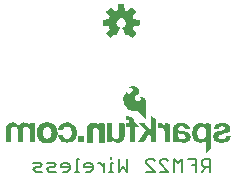
<source format=gbr>
G04 EAGLE Gerber RS-274X export*
G75*
%MOMM*%
%FSLAX34Y34*%
%LPD*%
%INSilkscreen Bottom*%
%IPPOS*%
%AMOC8*
5,1,8,0,0,1.08239X$1,22.5*%
G01*
%ADD10C,0.203200*%
%ADD11C,0.025400*%
%ADD12R,0.495300X0.485100*%

G36*
X276020Y292246D02*
X276020Y292246D01*
X276128Y292256D01*
X276141Y292262D01*
X276155Y292264D01*
X276252Y292312D01*
X276351Y292357D01*
X276364Y292368D01*
X276373Y292372D01*
X276388Y292388D01*
X276465Y292450D01*
X279050Y295035D01*
X279113Y295124D01*
X279179Y295209D01*
X279184Y295222D01*
X279192Y295234D01*
X279223Y295337D01*
X279259Y295440D01*
X279259Y295454D01*
X279263Y295467D01*
X279259Y295575D01*
X279260Y295684D01*
X279255Y295697D01*
X279255Y295711D01*
X279217Y295813D01*
X279182Y295915D01*
X279173Y295930D01*
X279169Y295939D01*
X279155Y295956D01*
X279101Y296038D01*
X276337Y299428D01*
X276894Y300510D01*
X276900Y300530D01*
X276942Y300625D01*
X277313Y301784D01*
X281664Y302227D01*
X281768Y302255D01*
X281874Y302280D01*
X281886Y302287D01*
X281899Y302290D01*
X281989Y302351D01*
X282082Y302408D01*
X282090Y302419D01*
X282102Y302427D01*
X282168Y302513D01*
X282237Y302597D01*
X282241Y302610D01*
X282250Y302621D01*
X282284Y302724D01*
X282323Y302825D01*
X282324Y302843D01*
X282328Y302852D01*
X282328Y302874D01*
X282337Y302972D01*
X282337Y306628D01*
X282320Y306735D01*
X282306Y306843D01*
X282300Y306855D01*
X282298Y306869D01*
X282246Y306965D01*
X282199Y307062D01*
X282189Y307072D01*
X282183Y307084D01*
X282103Y307158D01*
X282027Y307235D01*
X282015Y307241D01*
X282005Y307251D01*
X281906Y307296D01*
X281809Y307344D01*
X281791Y307348D01*
X281782Y307352D01*
X281761Y307354D01*
X281664Y307373D01*
X277313Y307816D01*
X276942Y308975D01*
X276933Y308993D01*
X276931Y309000D01*
X276927Y309007D01*
X276894Y309090D01*
X276337Y310172D01*
X279101Y313562D01*
X279155Y313656D01*
X279212Y313748D01*
X279215Y313761D01*
X279222Y313773D01*
X279243Y313880D01*
X279268Y313985D01*
X279266Y313999D01*
X279269Y314013D01*
X279254Y314120D01*
X279244Y314228D01*
X279238Y314241D01*
X279236Y314255D01*
X279188Y314352D01*
X279143Y314451D01*
X279132Y314464D01*
X279128Y314473D01*
X279112Y314488D01*
X279050Y314565D01*
X276465Y317150D01*
X276376Y317213D01*
X276291Y317279D01*
X276278Y317284D01*
X276266Y317292D01*
X276163Y317323D01*
X276060Y317359D01*
X276046Y317359D01*
X276033Y317363D01*
X275925Y317359D01*
X275816Y317360D01*
X275803Y317355D01*
X275789Y317355D01*
X275687Y317317D01*
X275585Y317282D01*
X275570Y317273D01*
X275561Y317269D01*
X275544Y317255D01*
X275462Y317201D01*
X272072Y314437D01*
X270990Y314994D01*
X270970Y315000D01*
X270875Y315042D01*
X269716Y315413D01*
X269273Y319764D01*
X269245Y319868D01*
X269220Y319974D01*
X269213Y319986D01*
X269210Y319999D01*
X269149Y320089D01*
X269092Y320182D01*
X269081Y320190D01*
X269073Y320202D01*
X268987Y320268D01*
X268903Y320337D01*
X268890Y320341D01*
X268879Y320350D01*
X268776Y320384D01*
X268675Y320423D01*
X268657Y320424D01*
X268648Y320428D01*
X268626Y320428D01*
X268528Y320437D01*
X264872Y320437D01*
X264765Y320420D01*
X264657Y320406D01*
X264645Y320400D01*
X264631Y320398D01*
X264535Y320346D01*
X264438Y320299D01*
X264428Y320289D01*
X264416Y320283D01*
X264342Y320203D01*
X264265Y320127D01*
X264259Y320115D01*
X264249Y320105D01*
X264204Y320006D01*
X264156Y319909D01*
X264152Y319891D01*
X264148Y319882D01*
X264146Y319861D01*
X264127Y319764D01*
X263684Y315413D01*
X262525Y315042D01*
X262507Y315032D01*
X262410Y314994D01*
X261328Y314437D01*
X257938Y317201D01*
X257844Y317255D01*
X257752Y317312D01*
X257739Y317315D01*
X257727Y317322D01*
X257620Y317343D01*
X257515Y317368D01*
X257501Y317366D01*
X257487Y317369D01*
X257380Y317354D01*
X257272Y317344D01*
X257259Y317338D01*
X257246Y317336D01*
X257148Y317288D01*
X257049Y317243D01*
X257036Y317232D01*
X257027Y317228D01*
X257012Y317212D01*
X256935Y317150D01*
X254350Y314565D01*
X254287Y314476D01*
X254221Y314391D01*
X254216Y314378D01*
X254208Y314366D01*
X254177Y314263D01*
X254141Y314160D01*
X254141Y314146D01*
X254137Y314133D01*
X254141Y314025D01*
X254140Y313916D01*
X254145Y313903D01*
X254145Y313889D01*
X254183Y313787D01*
X254218Y313685D01*
X254227Y313670D01*
X254231Y313661D01*
X254245Y313644D01*
X254299Y313562D01*
X257063Y310172D01*
X256506Y309090D01*
X256500Y309070D01*
X256458Y308975D01*
X256087Y307816D01*
X251736Y307373D01*
X251632Y307345D01*
X251526Y307320D01*
X251514Y307313D01*
X251501Y307310D01*
X251411Y307249D01*
X251318Y307192D01*
X251310Y307181D01*
X251298Y307173D01*
X251232Y307087D01*
X251164Y307003D01*
X251159Y306990D01*
X251150Y306979D01*
X251116Y306876D01*
X251077Y306775D01*
X251076Y306757D01*
X251072Y306748D01*
X251073Y306726D01*
X251063Y306628D01*
X251063Y302972D01*
X251080Y302865D01*
X251094Y302757D01*
X251100Y302745D01*
X251102Y302731D01*
X251154Y302635D01*
X251201Y302538D01*
X251211Y302528D01*
X251217Y302516D01*
X251297Y302442D01*
X251373Y302365D01*
X251385Y302359D01*
X251396Y302349D01*
X251494Y302304D01*
X251591Y302256D01*
X251609Y302252D01*
X251618Y302248D01*
X251639Y302246D01*
X251736Y302227D01*
X256087Y301784D01*
X256458Y300625D01*
X256468Y300607D01*
X256506Y300510D01*
X257063Y299428D01*
X254299Y296038D01*
X254245Y295944D01*
X254188Y295852D01*
X254185Y295839D01*
X254178Y295827D01*
X254157Y295720D01*
X254132Y295615D01*
X254134Y295601D01*
X254131Y295587D01*
X254146Y295480D01*
X254156Y295372D01*
X254162Y295359D01*
X254164Y295346D01*
X254212Y295248D01*
X254257Y295149D01*
X254268Y295136D01*
X254272Y295127D01*
X254288Y295112D01*
X254350Y295035D01*
X256935Y292450D01*
X257024Y292387D01*
X257109Y292321D01*
X257122Y292316D01*
X257134Y292308D01*
X257237Y292277D01*
X257340Y292241D01*
X257354Y292241D01*
X257367Y292237D01*
X257475Y292241D01*
X257584Y292240D01*
X257597Y292245D01*
X257611Y292245D01*
X257713Y292283D01*
X257815Y292318D01*
X257830Y292327D01*
X257839Y292331D01*
X257856Y292345D01*
X257938Y292399D01*
X261328Y295163D01*
X262410Y294606D01*
X262463Y294589D01*
X262512Y294563D01*
X262578Y294552D01*
X262642Y294531D01*
X262698Y294532D01*
X262752Y294523D01*
X262819Y294534D01*
X262886Y294535D01*
X262938Y294553D01*
X262993Y294562D01*
X263053Y294594D01*
X263116Y294617D01*
X263159Y294651D01*
X263209Y294677D01*
X263255Y294726D01*
X263307Y294768D01*
X263338Y294815D01*
X263376Y294855D01*
X263432Y294960D01*
X263440Y294973D01*
X263441Y294978D01*
X263445Y294985D01*
X265598Y300182D01*
X265618Y300265D01*
X265623Y300278D01*
X265625Y300294D01*
X265650Y300379D01*
X265649Y300400D01*
X265654Y300420D01*
X265646Y300502D01*
X265647Y300521D01*
X265643Y300541D01*
X265639Y300622D01*
X265632Y300642D01*
X265630Y300663D01*
X265598Y300732D01*
X265592Y300759D01*
X265577Y300783D01*
X265551Y300850D01*
X265538Y300866D01*
X265529Y300885D01*
X265484Y300934D01*
X265464Y300966D01*
X265433Y300991D01*
X265395Y301037D01*
X265372Y301053D01*
X265362Y301063D01*
X265341Y301075D01*
X265276Y301120D01*
X265275Y301121D01*
X265274Y301122D01*
X264375Y301628D01*
X263688Y302272D01*
X263173Y303060D01*
X262861Y303948D01*
X262769Y304885D01*
X262902Y305817D01*
X263253Y306691D01*
X263802Y307456D01*
X264516Y308069D01*
X265356Y308494D01*
X266273Y308708D01*
X267214Y308698D01*
X268126Y308464D01*
X268956Y308021D01*
X269657Y307392D01*
X270189Y306615D01*
X270520Y305734D01*
X270633Y304799D01*
X270525Y303882D01*
X270205Y303014D01*
X269691Y302245D01*
X269012Y301618D01*
X268128Y301123D01*
X268086Y301090D01*
X268044Y301067D01*
X268013Y301034D01*
X267965Y300999D01*
X267953Y300983D01*
X267937Y300970D01*
X267902Y300915D01*
X267877Y300889D01*
X267864Y300859D01*
X267822Y300801D01*
X267816Y300782D01*
X267806Y300765D01*
X267787Y300690D01*
X267777Y300667D01*
X267774Y300643D01*
X267751Y300568D01*
X267752Y300548D01*
X267747Y300528D01*
X267754Y300442D01*
X267753Y300424D01*
X267756Y300408D01*
X267759Y300324D01*
X267767Y300299D01*
X267768Y300285D01*
X267778Y300263D01*
X267802Y300182D01*
X268731Y297939D01*
X268731Y297938D01*
X269662Y295691D01*
X269663Y295691D01*
X269955Y294985D01*
X269984Y294938D01*
X270005Y294886D01*
X270048Y294835D01*
X270084Y294778D01*
X270127Y294743D01*
X270163Y294700D01*
X270220Y294666D01*
X270272Y294623D01*
X270324Y294604D01*
X270372Y294575D01*
X270438Y294561D01*
X270501Y294537D01*
X270556Y294535D01*
X270610Y294524D01*
X270677Y294531D01*
X270744Y294529D01*
X270798Y294545D01*
X270853Y294552D01*
X270964Y294596D01*
X270978Y294600D01*
X270982Y294603D01*
X270990Y294606D01*
X272072Y295163D01*
X275462Y292399D01*
X275556Y292345D01*
X275648Y292288D01*
X275661Y292285D01*
X275673Y292278D01*
X275780Y292257D01*
X275885Y292232D01*
X275899Y292234D01*
X275913Y292231D01*
X276020Y292246D01*
G37*
G36*
X287344Y223057D02*
X287344Y223057D01*
X287386Y223072D01*
X287388Y223077D01*
X287392Y223079D01*
X287421Y223152D01*
X287425Y223163D01*
X287425Y223164D01*
X287425Y238328D01*
X287423Y238333D01*
X287425Y238339D01*
X287355Y239170D01*
X287349Y239181D01*
X287350Y239196D01*
X287110Y239995D01*
X287102Y240005D01*
X287100Y240019D01*
X286699Y240751D01*
X286689Y240759D01*
X286684Y240772D01*
X286214Y241322D01*
X286203Y241327D01*
X286196Y241339D01*
X285626Y241784D01*
X285614Y241787D01*
X285604Y241797D01*
X284956Y242118D01*
X284944Y242119D01*
X284932Y242127D01*
X284233Y242311D01*
X284222Y242310D01*
X284211Y242315D01*
X283271Y242388D01*
X283262Y242385D01*
X283251Y242388D01*
X282311Y242315D01*
X282307Y242313D01*
X282301Y242314D01*
X281818Y242238D01*
X281779Y242213D01*
X281739Y242192D01*
X281738Y242188D01*
X281735Y242186D01*
X281725Y242141D01*
X281713Y242097D01*
X281715Y242093D01*
X281714Y242089D01*
X281739Y242051D01*
X281763Y242012D01*
X281767Y242011D01*
X281769Y242008D01*
X281810Y241999D01*
X281850Y241987D01*
X282008Y242003D01*
X282146Y241975D01*
X282279Y241904D01*
X283103Y241305D01*
X283221Y241191D01*
X283293Y241053D01*
X283386Y240638D01*
X283386Y240210D01*
X283293Y239794D01*
X283087Y239390D01*
X282774Y239062D01*
X282168Y238697D01*
X281490Y238490D01*
X280779Y238455D01*
X280169Y238552D01*
X279583Y238750D01*
X279040Y239043D01*
X278615Y239408D01*
X278300Y239868D01*
X278114Y240393D01*
X278071Y240949D01*
X278173Y241497D01*
X278413Y242000D01*
X278783Y242435D01*
X278981Y242645D01*
X279576Y243276D01*
X280171Y243907D01*
X280236Y243976D01*
X280239Y243986D01*
X280248Y243992D01*
X281435Y245750D01*
X281437Y245763D01*
X281447Y245773D01*
X281727Y246461D01*
X281726Y246476D01*
X281735Y246491D01*
X281834Y247226D01*
X281830Y247241D01*
X281835Y247258D01*
X281748Y247995D01*
X281740Y248008D01*
X281740Y248026D01*
X281473Y248718D01*
X281462Y248729D01*
X281458Y248746D01*
X281027Y249349D01*
X281017Y249356D01*
X281011Y249368D01*
X280315Y250026D01*
X280307Y250029D01*
X280302Y250037D01*
X279525Y250597D01*
X279515Y250600D01*
X279507Y250608D01*
X278727Y250996D01*
X278715Y250997D01*
X278704Y251005D01*
X277864Y251236D01*
X277852Y251235D01*
X277840Y251241D01*
X276972Y251307D01*
X276962Y251303D01*
X276950Y251307D01*
X276050Y251221D01*
X276041Y251217D01*
X276031Y251218D01*
X275153Y250998D01*
X275145Y250992D01*
X275133Y250991D01*
X274905Y250890D01*
X274549Y250738D01*
X274548Y250738D01*
X274044Y250517D01*
X274034Y250506D01*
X274017Y250501D01*
X273582Y250163D01*
X273579Y250156D01*
X273571Y250152D01*
X273546Y250127D01*
X273543Y250126D01*
X273508Y250034D01*
X273549Y249945D01*
X273634Y249912D01*
X274237Y249912D01*
X274748Y249855D01*
X275238Y249716D01*
X275719Y249461D01*
X276114Y249091D01*
X276400Y248631D01*
X276557Y248112D01*
X276569Y247809D01*
X276510Y247509D01*
X276304Y247015D01*
X276021Y246557D01*
X275670Y246147D01*
X275258Y245793D01*
X274356Y245142D01*
X273868Y244893D01*
X273339Y244795D01*
X272800Y244853D01*
X272626Y244918D01*
X272265Y245167D01*
X271991Y245506D01*
X271947Y245609D01*
X271931Y245729D01*
X271931Y246609D01*
X271914Y246650D01*
X271900Y246692D01*
X271895Y246695D01*
X271893Y246700D01*
X271852Y246716D01*
X271812Y246735D01*
X271806Y246733D01*
X271801Y246735D01*
X271774Y246723D01*
X271725Y246707D01*
X270599Y245786D01*
X270593Y245774D01*
X270581Y245767D01*
X269674Y244630D01*
X269671Y244619D01*
X269662Y244611D01*
X269160Y243677D01*
X269159Y243667D01*
X269153Y243659D01*
X268795Y242662D01*
X268795Y242652D01*
X268790Y242643D01*
X268583Y241604D01*
X268585Y241594D01*
X268584Y241592D01*
X268585Y241592D01*
X268581Y241583D01*
X268521Y239655D01*
X268525Y239644D01*
X268522Y239632D01*
X268810Y237725D01*
X268816Y237715D01*
X268816Y237703D01*
X269444Y235879D01*
X269451Y235870D01*
X269453Y235858D01*
X270400Y234177D01*
X270408Y234171D01*
X270411Y234160D01*
X271296Y233053D01*
X271303Y233050D01*
X271305Y233044D01*
X271306Y233044D01*
X271308Y233040D01*
X272339Y232068D01*
X272347Y232065D01*
X272353Y232057D01*
X273510Y231240D01*
X273520Y231238D01*
X273528Y231230D01*
X274758Y230630D01*
X274769Y230629D01*
X274779Y230621D01*
X276098Y230253D01*
X276109Y230255D01*
X276120Y230249D01*
X277484Y230125D01*
X277489Y230127D01*
X277495Y230125D01*
X279770Y230125D01*
X280138Y230060D01*
X280489Y229933D01*
X281479Y229344D01*
X282333Y228562D01*
X287205Y223080D01*
X287209Y223078D01*
X287211Y223073D01*
X287253Y223057D01*
X287294Y223038D01*
X287298Y223040D01*
X287303Y223038D01*
X287344Y223057D01*
G37*
G36*
X338711Y194363D02*
X338711Y194363D01*
X338713Y194362D01*
X338734Y194371D01*
X338794Y194394D01*
X342934Y198128D01*
X342936Y198134D01*
X342942Y198137D01*
X342966Y198197D01*
X342975Y198218D01*
X342974Y198220D01*
X342975Y198222D01*
X342975Y218796D01*
X342960Y218833D01*
X342950Y218872D01*
X342941Y218878D01*
X342937Y218887D01*
X342909Y218898D01*
X342873Y218920D01*
X338987Y219656D01*
X338972Y219653D01*
X338957Y219658D01*
X338925Y219643D01*
X338890Y219635D01*
X338882Y219622D01*
X338869Y219616D01*
X338854Y219577D01*
X338838Y219552D01*
X338841Y219541D01*
X338837Y219530D01*
X338861Y217613D01*
X338727Y217762D01*
X338726Y217763D01*
X338726Y217764D01*
X337837Y218729D01*
X337831Y218731D01*
X337827Y218738D01*
X337484Y219039D01*
X337473Y219043D01*
X337465Y219053D01*
X337071Y219286D01*
X337062Y219287D01*
X337054Y219294D01*
X335733Y219827D01*
X335722Y219827D01*
X335712Y219834D01*
X335230Y219936D01*
X335218Y219933D01*
X335206Y219938D01*
X333225Y219963D01*
X333214Y219959D01*
X333202Y219961D01*
X332117Y219778D01*
X332107Y219771D01*
X332093Y219771D01*
X331068Y219371D01*
X331061Y219363D01*
X331049Y219361D01*
X330147Y218820D01*
X330142Y218814D01*
X330133Y218811D01*
X329309Y218158D01*
X329303Y218148D01*
X329293Y218143D01*
X328501Y217253D01*
X328497Y217240D01*
X328485Y217231D01*
X327906Y216190D01*
X327904Y216178D01*
X327896Y216167D01*
X327222Y214054D01*
X327223Y214043D01*
X327217Y214032D01*
X326934Y211832D01*
X326937Y211821D01*
X326933Y211809D01*
X327051Y209594D01*
X327056Y209584D01*
X327054Y209572D01*
X327377Y208196D01*
X327384Y208187D01*
X327384Y208175D01*
X327940Y206875D01*
X327948Y206867D01*
X327950Y206856D01*
X328722Y205671D01*
X328731Y205665D01*
X328736Y205654D01*
X329393Y204947D01*
X329403Y204943D01*
X329409Y204933D01*
X330177Y204348D01*
X330188Y204346D01*
X330195Y204337D01*
X331051Y203891D01*
X331062Y203890D01*
X331071Y203882D01*
X331990Y203588D01*
X332000Y203589D01*
X332010Y203583D01*
X333222Y203394D01*
X333231Y203396D01*
X333240Y203393D01*
X334467Y203376D01*
X334475Y203379D01*
X334485Y203377D01*
X335702Y203532D01*
X335712Y203537D01*
X335724Y203537D01*
X336568Y203801D01*
X336578Y203809D01*
X336593Y203812D01*
X337362Y204249D01*
X337370Y204259D01*
X337384Y204264D01*
X338044Y204854D01*
X338050Y204866D01*
X338062Y204874D01*
X338582Y205590D01*
X338583Y205592D01*
X338583Y194488D01*
X338601Y194444D01*
X338618Y194401D01*
X338620Y194400D01*
X338621Y194397D01*
X338665Y194380D01*
X338709Y194362D01*
X338711Y194363D01*
G37*
G36*
X173281Y203710D02*
X173281Y203710D01*
X173283Y203709D01*
X173326Y203729D01*
X173370Y203747D01*
X173370Y203749D01*
X173372Y203750D01*
X173405Y203835D01*
X173405Y214114D01*
X173512Y214994D01*
X173824Y215816D01*
X174085Y216200D01*
X174428Y216513D01*
X174834Y216739D01*
X175282Y216867D01*
X176186Y216935D01*
X177089Y216843D01*
X177499Y216717D01*
X177871Y216507D01*
X177886Y216493D01*
X178027Y216367D01*
X178167Y216240D01*
X178189Y216221D01*
X178574Y215693D01*
X178847Y215098D01*
X178996Y214459D01*
X179071Y213356D01*
X179071Y203835D01*
X179072Y203833D01*
X179071Y203831D01*
X179091Y203788D01*
X179109Y203744D01*
X179111Y203744D01*
X179112Y203742D01*
X179197Y203709D01*
X183515Y203709D01*
X183517Y203710D01*
X183519Y203709D01*
X183562Y203729D01*
X183606Y203747D01*
X183606Y203749D01*
X183608Y203750D01*
X183641Y203835D01*
X183641Y214394D01*
X183721Y215057D01*
X183952Y215676D01*
X184322Y216223D01*
X184669Y216541D01*
X185078Y216774D01*
X185528Y216910D01*
X186005Y216942D01*
X186853Y216892D01*
X187293Y216810D01*
X187697Y216632D01*
X188052Y216366D01*
X188871Y215422D01*
X189155Y214884D01*
X189286Y214293D01*
X189256Y213671D01*
X189257Y213668D01*
X189256Y213665D01*
X189256Y203860D01*
X189257Y203858D01*
X189256Y203856D01*
X189276Y203813D01*
X189294Y203769D01*
X189296Y203769D01*
X189297Y203767D01*
X189382Y203734D01*
X193700Y203734D01*
X193702Y203735D01*
X193704Y203734D01*
X193747Y203754D01*
X193791Y203772D01*
X193791Y203774D01*
X193793Y203775D01*
X193826Y203860D01*
X193826Y219913D01*
X193825Y219915D01*
X193826Y219917D01*
X193806Y219960D01*
X193788Y220004D01*
X193786Y220004D01*
X193785Y220006D01*
X193700Y220039D01*
X189713Y220039D01*
X189711Y220038D01*
X189709Y220039D01*
X189666Y220019D01*
X189622Y220001D01*
X189622Y219999D01*
X189620Y219998D01*
X189587Y219913D01*
X189587Y217860D01*
X189556Y217867D01*
X189254Y218263D01*
X189248Y218266D01*
X189245Y218274D01*
X188483Y219061D01*
X188475Y219064D01*
X188471Y219071D01*
X187709Y219683D01*
X187695Y219687D01*
X187683Y219700D01*
X186793Y220104D01*
X186781Y220104D01*
X186770Y220112D01*
X185678Y220366D01*
X185669Y220365D01*
X185661Y220369D01*
X184289Y220496D01*
X184279Y220493D01*
X184268Y220496D01*
X183311Y220427D01*
X183300Y220421D01*
X183286Y220422D01*
X182363Y220162D01*
X182353Y220154D01*
X182340Y220152D01*
X181550Y219749D01*
X181542Y219740D01*
X181529Y219736D01*
X180831Y219190D01*
X180825Y219179D01*
X180813Y219173D01*
X180231Y218504D01*
X180228Y218492D01*
X180217Y218484D01*
X179837Y217826D01*
X179795Y217868D01*
X179340Y218349D01*
X179337Y218350D01*
X179336Y218353D01*
X178548Y219112D01*
X178539Y219115D01*
X178534Y219124D01*
X177645Y219762D01*
X177634Y219764D01*
X177626Y219772D01*
X176821Y220166D01*
X176809Y220166D01*
X176798Y220174D01*
X175933Y220406D01*
X175921Y220404D01*
X175909Y220410D01*
X175015Y220471D01*
X175006Y220468D01*
X174995Y220471D01*
X173716Y220364D01*
X173709Y220360D01*
X173702Y220362D01*
X172442Y220113D01*
X172433Y220107D01*
X172421Y220107D01*
X171555Y219781D01*
X171545Y219771D01*
X171530Y219768D01*
X170756Y219261D01*
X170749Y219249D01*
X170735Y219243D01*
X170089Y218579D01*
X170086Y218569D01*
X170082Y218568D01*
X170081Y218564D01*
X170073Y218558D01*
X169485Y217619D01*
X169483Y217606D01*
X169473Y217596D01*
X169087Y216557D01*
X169088Y216544D01*
X169081Y216532D01*
X168912Y215436D01*
X168915Y215427D01*
X168911Y215417D01*
X168911Y203835D01*
X168912Y203833D01*
X168911Y203831D01*
X168931Y203788D01*
X168949Y203744D01*
X168951Y203744D01*
X168952Y203742D01*
X169037Y203709D01*
X173279Y203709D01*
X173281Y203710D01*
G37*
G36*
X321161Y203379D02*
X321161Y203379D01*
X321172Y203384D01*
X321186Y203382D01*
X322558Y203690D01*
X322569Y203698D01*
X322584Y203699D01*
X323853Y204305D01*
X323862Y204315D01*
X323876Y204319D01*
X324324Y204661D01*
X324330Y204671D01*
X324342Y204677D01*
X324719Y205097D01*
X324723Y205108D01*
X324733Y205116D01*
X325025Y205599D01*
X325027Y205610D01*
X325035Y205620D01*
X325408Y206613D01*
X325408Y206624D01*
X325414Y206635D01*
X325603Y207679D01*
X325600Y207690D01*
X325605Y207702D01*
X325602Y208763D01*
X325599Y208770D01*
X325601Y208773D01*
X325598Y208780D01*
X325599Y208790D01*
X325393Y209731D01*
X325384Y209743D01*
X325383Y209760D01*
X324954Y210622D01*
X324944Y210631D01*
X324939Y210646D01*
X324441Y211255D01*
X324436Y211258D01*
X324434Y211262D01*
X324428Y211264D01*
X324423Y211273D01*
X323813Y211771D01*
X323801Y211774D01*
X323792Y211785D01*
X323096Y212151D01*
X323085Y212152D01*
X323076Y212159D01*
X321591Y212643D01*
X321583Y212642D01*
X321574Y212647D01*
X320037Y212925D01*
X320033Y212924D01*
X320028Y212927D01*
X317822Y213155D01*
X316516Y213381D01*
X316047Y213546D01*
X315619Y213792D01*
X315335Y214053D01*
X315275Y214140D01*
X315233Y214237D01*
X315122Y214758D01*
X315122Y215289D01*
X315233Y215810D01*
X315372Y216124D01*
X315571Y216403D01*
X315824Y216637D01*
X316138Y216830D01*
X316484Y216958D01*
X316853Y217019D01*
X318208Y217069D01*
X318795Y217015D01*
X319356Y216850D01*
X319820Y216595D01*
X320210Y216239D01*
X320505Y215801D01*
X320689Y215306D01*
X320752Y214775D01*
X320752Y214732D01*
X320753Y214730D01*
X320752Y214728D01*
X320772Y214685D01*
X320790Y214641D01*
X320792Y214641D01*
X320793Y214639D01*
X320878Y214606D01*
X325019Y214606D01*
X325020Y214604D01*
X325062Y214594D01*
X325104Y214580D01*
X325110Y214583D01*
X325116Y214582D01*
X325141Y214598D01*
X325186Y214619D01*
X325211Y214644D01*
X325211Y214645D01*
X325227Y214687D01*
X325246Y214736D01*
X325246Y214737D01*
X325226Y214779D01*
X325207Y214822D01*
X325085Y215713D01*
X325079Y215724D01*
X325079Y215739D01*
X324745Y216680D01*
X324736Y216690D01*
X324733Y216704D01*
X324214Y217557D01*
X324203Y217565D01*
X324198Y217578D01*
X323515Y218308D01*
X323503Y218313D01*
X323495Y218325D01*
X322678Y218899D01*
X322666Y218902D01*
X322657Y218911D01*
X321499Y219440D01*
X321489Y219440D01*
X321480Y219447D01*
X320251Y219781D01*
X320242Y219780D01*
X320233Y219784D01*
X318493Y219998D01*
X318485Y219995D01*
X318477Y219998D01*
X316723Y219990D01*
X316716Y219987D01*
X316707Y219989D01*
X314968Y219759D01*
X314960Y219754D01*
X314949Y219755D01*
X313535Y219330D01*
X313526Y219322D01*
X313512Y219321D01*
X312209Y218627D01*
X312200Y218617D01*
X312186Y218612D01*
X311624Y218129D01*
X311617Y218115D01*
X311603Y218106D01*
X311176Y217501D01*
X311173Y217486D01*
X311161Y217474D01*
X310894Y216783D01*
X310895Y216768D01*
X310887Y216753D01*
X310796Y216018D01*
X310798Y216010D01*
X310795Y216002D01*
X310795Y211176D01*
X310796Y211174D01*
X310795Y211172D01*
X310802Y211157D01*
X310770Y211073D01*
X310795Y206735D01*
X310693Y205398D01*
X310344Y204103D01*
X310270Y203904D01*
X310271Y203879D01*
X310262Y203856D01*
X310273Y203832D01*
X310274Y203806D01*
X310293Y203789D01*
X310303Y203767D01*
X310330Y203756D01*
X310348Y203740D01*
X310367Y203742D01*
X310388Y203734D01*
X314422Y203734D01*
X314458Y203731D01*
X314486Y203740D01*
X314526Y203744D01*
X314563Y203763D01*
X314582Y203785D01*
X314614Y203809D01*
X314636Y203845D01*
X314638Y203862D01*
X314650Y203878D01*
X314726Y204158D01*
X314725Y204161D01*
X314727Y204164D01*
X314954Y205193D01*
X314964Y205216D01*
X314970Y205222D01*
X314978Y205224D01*
X314987Y205223D01*
X315011Y205207D01*
X315838Y204504D01*
X315849Y204500D01*
X315858Y204490D01*
X316809Y203950D01*
X316820Y203949D01*
X316830Y203941D01*
X317865Y203588D01*
X317877Y203589D01*
X317887Y203583D01*
X319505Y203342D01*
X319515Y203345D01*
X319526Y203341D01*
X321161Y203379D01*
G37*
G36*
X296294Y203608D02*
X296294Y203608D01*
X296297Y203607D01*
X296380Y203644D01*
X296431Y203695D01*
X296433Y203698D01*
X296435Y203699D01*
X296468Y203784D01*
X296468Y223114D01*
X296460Y223133D01*
X296462Y223153D01*
X296441Y223180D01*
X296430Y223205D01*
X296416Y223210D01*
X296405Y223224D01*
X292265Y225586D01*
X292230Y225590D01*
X292198Y225602D01*
X292183Y225595D01*
X292167Y225597D01*
X292140Y225575D01*
X292109Y225561D01*
X292102Y225545D01*
X292090Y225535D01*
X292088Y225508D01*
X292076Y225476D01*
X292076Y214046D01*
X286601Y219520D01*
X286598Y219522D01*
X286597Y219524D01*
X286512Y219557D01*
X281838Y219557D01*
X281836Y219557D01*
X281835Y219557D01*
X281791Y219537D01*
X281747Y219519D01*
X281747Y219517D01*
X281745Y219516D01*
X281729Y219472D01*
X281712Y219427D01*
X281713Y219425D01*
X281712Y219424D01*
X281750Y219341D01*
X287441Y213775D01*
X280844Y203880D01*
X280837Y203842D01*
X280823Y203805D01*
X280828Y203795D01*
X280826Y203783D01*
X280848Y203752D01*
X280865Y203716D01*
X280876Y203712D01*
X280882Y203703D01*
X280912Y203698D01*
X280950Y203684D01*
X286030Y203709D01*
X286047Y203716D01*
X286065Y203714D01*
X286094Y203736D01*
X286120Y203748D01*
X286125Y203760D01*
X286137Y203770D01*
X290370Y210748D01*
X292025Y209141D01*
X292025Y203733D01*
X292026Y203731D01*
X292025Y203729D01*
X292045Y203686D01*
X292063Y203642D01*
X292065Y203642D01*
X292066Y203640D01*
X292151Y203607D01*
X296291Y203607D01*
X296294Y203608D01*
G37*
G36*
X264726Y203307D02*
X264726Y203307D01*
X264737Y203304D01*
X265770Y203451D01*
X265781Y203457D01*
X265794Y203457D01*
X266780Y203800D01*
X266789Y203808D01*
X266802Y203810D01*
X267704Y204336D01*
X267711Y204346D01*
X267724Y204351D01*
X267978Y204579D01*
X267984Y204590D01*
X267995Y204598D01*
X268656Y205483D01*
X268658Y205494D01*
X268668Y205503D01*
X269156Y206493D01*
X269156Y206505D01*
X269164Y206515D01*
X269464Y207578D01*
X269462Y207589D01*
X269468Y207601D01*
X269569Y208700D01*
X269567Y208706D01*
X269569Y208712D01*
X269569Y219507D01*
X269568Y219509D01*
X269569Y219511D01*
X269549Y219554D01*
X269531Y219598D01*
X269529Y219598D01*
X269528Y219600D01*
X269443Y219633D01*
X265303Y219633D01*
X265301Y219632D01*
X265299Y219633D01*
X265256Y219613D01*
X265212Y219595D01*
X265212Y219593D01*
X265210Y219592D01*
X265177Y219507D01*
X265177Y209510D01*
X265028Y208680D01*
X264685Y207912D01*
X264413Y207550D01*
X264072Y207249D01*
X263677Y207024D01*
X262988Y206801D01*
X262269Y206721D01*
X261548Y206788D01*
X260857Y207000D01*
X260347Y207288D01*
X259916Y207685D01*
X259589Y208170D01*
X259380Y208720D01*
X259155Y209924D01*
X259079Y211154D01*
X259079Y219456D01*
X259078Y219458D01*
X259079Y219460D01*
X259059Y219503D01*
X259041Y219547D01*
X259039Y219547D01*
X259038Y219549D01*
X258953Y219582D01*
X254737Y219582D01*
X254735Y219581D01*
X254733Y219582D01*
X254690Y219562D01*
X254646Y219544D01*
X254646Y219542D01*
X254644Y219541D01*
X254611Y219456D01*
X254611Y203835D01*
X254612Y203833D01*
X254611Y203831D01*
X254631Y203788D01*
X254649Y203744D01*
X254651Y203744D01*
X254652Y203742D01*
X254737Y203709D01*
X258750Y203709D01*
X258752Y203710D01*
X258754Y203709D01*
X258797Y203729D01*
X258841Y203747D01*
X258841Y203749D01*
X258843Y203750D01*
X258876Y203835D01*
X258876Y205892D01*
X259383Y205251D01*
X259391Y205247D01*
X259395Y205238D01*
X260222Y204453D01*
X260231Y204450D01*
X260236Y204442D01*
X261166Y203783D01*
X261175Y203781D01*
X261183Y203773D01*
X261428Y203651D01*
X261439Y203650D01*
X261448Y203643D01*
X261710Y203562D01*
X261719Y203563D01*
X261728Y203558D01*
X263206Y203335D01*
X263214Y203337D01*
X263222Y203333D01*
X264716Y203303D01*
X264726Y203307D01*
G37*
G36*
X252249Y203634D02*
X252249Y203634D01*
X252251Y203633D01*
X252294Y203653D01*
X252338Y203671D01*
X252338Y203673D01*
X252340Y203674D01*
X252373Y203759D01*
X252373Y219481D01*
X252372Y219483D01*
X252373Y219485D01*
X252353Y219528D01*
X252335Y219572D01*
X252333Y219572D01*
X252332Y219574D01*
X252247Y219607D01*
X248209Y219607D01*
X248207Y219606D01*
X248205Y219607D01*
X248162Y219587D01*
X248118Y219569D01*
X248118Y219567D01*
X248116Y219566D01*
X248083Y219481D01*
X248083Y217413D01*
X248041Y217442D01*
X247927Y217578D01*
X247650Y217956D01*
X247646Y217958D01*
X247644Y217963D01*
X247242Y218436D01*
X247235Y218440D01*
X247231Y218448D01*
X247036Y218624D01*
X246896Y218750D01*
X246770Y218864D01*
X246760Y218867D01*
X246752Y218877D01*
X245854Y219444D01*
X245841Y219447D01*
X245830Y219456D01*
X244834Y219825D01*
X244821Y219825D01*
X244808Y219832D01*
X243756Y219987D01*
X243746Y219984D01*
X243735Y219988D01*
X241729Y219938D01*
X241719Y219934D01*
X241706Y219936D01*
X240729Y219730D01*
X240717Y219722D01*
X240701Y219721D01*
X239796Y219299D01*
X239787Y219288D01*
X239772Y219284D01*
X238987Y218666D01*
X238981Y218655D01*
X238969Y218649D01*
X238480Y218074D01*
X238477Y218063D01*
X238467Y218056D01*
X238083Y217407D01*
X238081Y217396D01*
X238073Y217387D01*
X237804Y216682D01*
X237804Y216673D01*
X237799Y216664D01*
X237559Y215557D01*
X237561Y215548D01*
X237557Y215540D01*
X237466Y214411D01*
X237468Y214406D01*
X237466Y214401D01*
X237466Y203860D01*
X237467Y203858D01*
X237466Y203856D01*
X237486Y203813D01*
X237504Y203769D01*
X237506Y203769D01*
X237507Y203767D01*
X237592Y203734D01*
X241681Y203734D01*
X241683Y203735D01*
X241685Y203734D01*
X241728Y203754D01*
X241772Y203772D01*
X241772Y203774D01*
X241774Y203775D01*
X241807Y203860D01*
X241807Y213506D01*
X241872Y214224D01*
X242063Y214912D01*
X242373Y215554D01*
X242669Y215941D01*
X243043Y216250D01*
X243478Y216467D01*
X243778Y216544D01*
X244094Y216561D01*
X245199Y216511D01*
X245755Y216424D01*
X246271Y216220D01*
X246728Y215906D01*
X247245Y215337D01*
X247608Y214658D01*
X247825Y213908D01*
X247905Y213125D01*
X247905Y203759D01*
X247906Y203757D01*
X247905Y203755D01*
X247925Y203712D01*
X247943Y203668D01*
X247945Y203668D01*
X247946Y203666D01*
X248031Y203633D01*
X252247Y203633D01*
X252249Y203634D01*
G37*
G36*
X203963Y203562D02*
X203963Y203562D01*
X203979Y203558D01*
X206976Y203964D01*
X206997Y203976D01*
X207026Y203982D01*
X209871Y205760D01*
X209885Y205781D01*
X209910Y205799D01*
X211510Y208288D01*
X211514Y208311D01*
X211529Y208336D01*
X212139Y212222D01*
X212133Y212244D01*
X212137Y212270D01*
X211324Y215826D01*
X211309Y215847D01*
X211300Y215876D01*
X209166Y218594D01*
X209144Y218606D01*
X209123Y218629D01*
X205745Y220306D01*
X205725Y220307D01*
X205704Y220318D01*
X204231Y220495D01*
X204224Y220493D01*
X204216Y220496D01*
X204165Y220496D01*
X204145Y220488D01*
X204119Y220487D01*
X203992Y220437D01*
X203971Y220417D01*
X203945Y220405D01*
X203936Y220383D01*
X203921Y220369D01*
X203922Y220345D01*
X203912Y220320D01*
X203912Y217399D01*
X203929Y217359D01*
X203941Y217318D01*
X203948Y217314D01*
X203950Y217308D01*
X203978Y217297D01*
X204021Y217274D01*
X205116Y217124D01*
X206264Y216489D01*
X207052Y215405D01*
X207448Y214516D01*
X207722Y213042D01*
X207773Y211183D01*
X207598Y209935D01*
X207223Y208786D01*
X206685Y207759D01*
X205037Y206751D01*
X203289Y206529D01*
X201538Y207121D01*
X201468Y207185D01*
X201190Y207438D01*
X200912Y207690D01*
X200773Y207816D01*
X200496Y208069D01*
X200495Y208069D01*
X200459Y208102D01*
X199916Y209312D01*
X199541Y210860D01*
X199541Y212285D01*
X199792Y214214D01*
X200536Y215826D01*
X201370Y216635D01*
X202323Y217148D01*
X203510Y217247D01*
X203606Y217247D01*
X203609Y217248D01*
X203612Y217247D01*
X203654Y217267D01*
X203697Y217285D01*
X203698Y217288D01*
X203701Y217290D01*
X203732Y217375D01*
X203706Y218963D01*
X203703Y219089D01*
X203703Y219090D01*
X203701Y219216D01*
X203699Y219342D01*
X203697Y219468D01*
X203695Y219594D01*
X203695Y219595D01*
X203693Y219721D01*
X203691Y219847D01*
X203689Y219973D01*
X203686Y220099D01*
X203686Y220100D01*
X203684Y220226D01*
X203682Y220347D01*
X203678Y220356D01*
X203681Y220365D01*
X203659Y220400D01*
X203642Y220437D01*
X203634Y220440D01*
X203629Y220448D01*
X203577Y220461D01*
X203550Y220471D01*
X203545Y220469D01*
X203540Y220470D01*
X201533Y220216D01*
X201522Y220210D01*
X201508Y220210D01*
X199882Y219651D01*
X199870Y219640D01*
X199851Y219636D01*
X197870Y218265D01*
X197862Y218252D01*
X197846Y218243D01*
X196754Y216973D01*
X196749Y216957D01*
X196735Y216942D01*
X195694Y214605D01*
X195693Y214588D01*
X195684Y214570D01*
X195404Y212385D01*
X195408Y212370D01*
X195404Y212354D01*
X195658Y210246D01*
X195662Y210238D01*
X195661Y210227D01*
X196347Y207763D01*
X196358Y207749D01*
X196362Y207730D01*
X197175Y206435D01*
X197187Y206426D01*
X197195Y206411D01*
X198389Y205268D01*
X198398Y205264D01*
X198403Y205256D01*
X199520Y204469D01*
X199537Y204465D01*
X199552Y204453D01*
X201406Y203818D01*
X201420Y203819D01*
X201434Y203811D01*
X203949Y203557D01*
X203963Y203562D01*
G37*
G36*
X351944Y203355D02*
X351944Y203355D01*
X351951Y203353D01*
X354517Y203531D01*
X354526Y203536D01*
X354536Y203534D01*
X355457Y203746D01*
X355468Y203754D01*
X355482Y203755D01*
X356339Y204152D01*
X356345Y204159D01*
X356354Y204161D01*
X357548Y204923D01*
X357553Y204929D01*
X357561Y204932D01*
X358076Y205363D01*
X358081Y205374D01*
X358093Y205380D01*
X358513Y205904D01*
X358517Y205915D01*
X358527Y205924D01*
X358836Y206520D01*
X358837Y206529D01*
X358844Y206537D01*
X359276Y207807D01*
X359275Y207817D01*
X359280Y207826D01*
X359382Y208410D01*
X359381Y208417D01*
X359384Y208423D01*
X359409Y208779D01*
X359408Y208783D01*
X359409Y208786D01*
X359408Y208788D01*
X359409Y208792D01*
X359397Y208818D01*
X359394Y208848D01*
X359393Y208849D01*
X359393Y208850D01*
X359382Y208859D01*
X359377Y208872D01*
X359371Y208875D01*
X359368Y208881D01*
X359338Y208893D01*
X359318Y208909D01*
X359316Y208909D01*
X359315Y208910D01*
X359300Y208909D01*
X359288Y208914D01*
X359286Y208913D01*
X359283Y208914D01*
X355422Y208914D01*
X355420Y208913D01*
X355418Y208914D01*
X355375Y208894D01*
X355331Y208876D01*
X355331Y208874D01*
X355329Y208873D01*
X355296Y208788D01*
X355296Y208741D01*
X355267Y208244D01*
X355121Y207782D01*
X354865Y207368D01*
X354761Y207263D01*
X354635Y207137D01*
X354423Y206925D01*
X353896Y206588D01*
X353309Y206371D01*
X352747Y206298D01*
X351417Y206298D01*
X350814Y206372D01*
X350247Y206569D01*
X349734Y206881D01*
X349447Y207165D01*
X349238Y207510D01*
X349121Y207895D01*
X349104Y208299D01*
X349189Y208694D01*
X349370Y209056D01*
X349635Y209360D01*
X349971Y209591D01*
X351078Y210061D01*
X352252Y210367D01*
X355883Y211230D01*
X355890Y211235D01*
X355899Y211235D01*
X356707Y211541D01*
X356714Y211547D01*
X356724Y211549D01*
X357475Y211976D01*
X357481Y211983D01*
X357491Y211987D01*
X358168Y212524D01*
X358173Y212534D01*
X358184Y212540D01*
X358521Y212925D01*
X358525Y212938D01*
X358536Y212947D01*
X358785Y213394D01*
X358786Y213407D01*
X358795Y213418D01*
X358947Y213907D01*
X358945Y213919D01*
X358952Y213932D01*
X359057Y215068D01*
X359054Y215081D01*
X359057Y215094D01*
X358928Y216228D01*
X358922Y216239D01*
X358923Y216253D01*
X358565Y217337D01*
X358557Y217346D01*
X358555Y217360D01*
X358256Y217882D01*
X358246Y217889D01*
X358241Y217902D01*
X357847Y218357D01*
X357836Y218362D01*
X357829Y218374D01*
X357353Y218743D01*
X357342Y218746D01*
X357333Y218755D01*
X356052Y219409D01*
X356041Y219410D01*
X356031Y219417D01*
X354653Y219828D01*
X354642Y219827D01*
X354630Y219833D01*
X353201Y219988D01*
X353194Y219986D01*
X353187Y219988D01*
X351384Y219988D01*
X351378Y219986D01*
X351371Y219988D01*
X349978Y219848D01*
X349969Y219843D01*
X349958Y219844D01*
X348607Y219476D01*
X348598Y219469D01*
X348584Y219467D01*
X347487Y218929D01*
X347478Y218919D01*
X347464Y218915D01*
X346505Y218158D01*
X346499Y218148D01*
X346488Y218143D01*
X346140Y217747D01*
X346138Y217742D01*
X346137Y217742D01*
X346136Y217738D01*
X346128Y217732D01*
X345842Y217290D01*
X345840Y217280D01*
X345833Y217273D01*
X345477Y216485D01*
X345477Y216480D01*
X345473Y216476D01*
X345270Y215918D01*
X345272Y215894D01*
X345267Y215882D01*
X345270Y215875D01*
X345265Y215850D01*
X345274Y215836D01*
X345265Y215824D01*
X345267Y215818D01*
X345263Y215811D01*
X345187Y215100D01*
X345189Y215094D01*
X345188Y215090D01*
X345189Y215088D01*
X345187Y215083D01*
X345204Y215046D01*
X345216Y215006D01*
X345224Y215002D01*
X345228Y214994D01*
X345278Y214974D01*
X345304Y214961D01*
X345308Y214963D01*
X345313Y214961D01*
X349199Y214961D01*
X349243Y214979D01*
X349287Y214997D01*
X349288Y214998D01*
X349290Y214999D01*
X349297Y215018D01*
X349325Y215079D01*
X349341Y215339D01*
X349396Y215582D01*
X349546Y215934D01*
X349764Y216247D01*
X350040Y216511D01*
X350462Y216782D01*
X350929Y216971D01*
X351425Y217069D01*
X352273Y217113D01*
X353121Y217069D01*
X353570Y216984D01*
X353994Y216827D01*
X354295Y216632D01*
X354528Y216364D01*
X354683Y216022D01*
X354731Y215650D01*
X354666Y215281D01*
X354482Y214920D01*
X354247Y214677D01*
X354199Y214627D01*
X353524Y214211D01*
X352772Y213939D01*
X350749Y213535D01*
X350748Y213534D01*
X350747Y213534D01*
X349024Y213153D01*
X349017Y213148D01*
X349008Y213148D01*
X347352Y212538D01*
X347346Y212532D01*
X347336Y212531D01*
X346580Y212126D01*
X346574Y212119D01*
X346565Y212116D01*
X345873Y211608D01*
X345868Y211598D01*
X345856Y211593D01*
X345524Y211243D01*
X345519Y211231D01*
X345508Y211222D01*
X345256Y210810D01*
X345254Y210796D01*
X345244Y210784D01*
X344907Y209781D01*
X344908Y209766D01*
X344900Y209752D01*
X344806Y208697D01*
X344809Y208688D01*
X344806Y208677D01*
X344882Y207636D01*
X344886Y207628D01*
X344885Y207618D01*
X345028Y206954D01*
X345034Y206944D01*
X345035Y206931D01*
X345301Y206306D01*
X345309Y206297D01*
X345312Y206285D01*
X345691Y205721D01*
X345701Y205714D01*
X345706Y205703D01*
X346432Y204960D01*
X346442Y204956D01*
X346448Y204945D01*
X347292Y204339D01*
X347302Y204337D01*
X347311Y204328D01*
X348246Y203877D01*
X348257Y203876D01*
X348267Y203869D01*
X349267Y203587D01*
X349275Y203588D01*
X349284Y203583D01*
X350598Y203401D01*
X350605Y203403D01*
X350611Y203400D01*
X351938Y203353D01*
X351944Y203355D01*
G37*
G36*
X222142Y203452D02*
X222142Y203452D01*
X222149Y203455D01*
X222157Y203454D01*
X223720Y203736D01*
X223728Y203741D01*
X223738Y203740D01*
X224808Y204095D01*
X224816Y204101D01*
X224827Y204103D01*
X225824Y204629D01*
X225831Y204637D01*
X225842Y204641D01*
X226738Y205325D01*
X226743Y205334D01*
X226754Y205339D01*
X227524Y206162D01*
X227526Y206168D01*
X227528Y206169D01*
X227530Y206173D01*
X227537Y206178D01*
X228219Y207194D01*
X228221Y207204D01*
X228229Y207212D01*
X228743Y208323D01*
X228744Y208332D01*
X228750Y208341D01*
X229084Y209519D01*
X229083Y209529D01*
X229088Y209538D01*
X229233Y210754D01*
X229231Y210763D01*
X229234Y210773D01*
X229233Y210805D01*
X229233Y210806D01*
X229225Y211058D01*
X229226Y211058D01*
X229225Y211058D01*
X229222Y211184D01*
X229214Y211437D01*
X229210Y211563D01*
X229202Y211815D01*
X229202Y211816D01*
X229199Y211942D01*
X229195Y212068D01*
X229191Y212194D01*
X229183Y212447D01*
X229179Y212573D01*
X229172Y212825D01*
X229172Y212826D01*
X229168Y212952D01*
X229160Y213204D01*
X229158Y213262D01*
X229154Y213271D01*
X229156Y213283D01*
X228858Y214773D01*
X228851Y214783D01*
X228851Y214796D01*
X228274Y216202D01*
X228266Y216210D01*
X228263Y216223D01*
X227429Y217494D01*
X227419Y217500D01*
X227414Y217512D01*
X226353Y218600D01*
X226342Y218605D01*
X226334Y218616D01*
X225085Y219481D01*
X225073Y219484D01*
X225064Y219493D01*
X223673Y220105D01*
X223661Y220105D01*
X223649Y220112D01*
X222143Y220445D01*
X222131Y220442D01*
X222118Y220448D01*
X220576Y220471D01*
X220567Y220468D01*
X220558Y220470D01*
X219123Y220281D01*
X219118Y220278D01*
X219112Y220279D01*
X217701Y219960D01*
X217693Y219955D01*
X217683Y219954D01*
X216526Y219497D01*
X216516Y219487D01*
X216502Y219484D01*
X215471Y218787D01*
X215464Y218776D01*
X215450Y218769D01*
X214595Y217866D01*
X214590Y217854D01*
X214578Y217845D01*
X213938Y216778D01*
X213936Y216766D01*
X213928Y216757D01*
X213503Y215602D01*
X213503Y215592D01*
X213498Y215583D01*
X213261Y214375D01*
X213264Y214361D01*
X213259Y214347D01*
X213274Y214314D01*
X213281Y214279D01*
X213294Y214271D01*
X213300Y214258D01*
X213339Y214242D01*
X213365Y214226D01*
X213375Y214229D01*
X213385Y214225D01*
X217576Y214225D01*
X217578Y214226D01*
X217580Y214225D01*
X217623Y214245D01*
X217667Y214263D01*
X217667Y214265D01*
X217669Y214266D01*
X217702Y214351D01*
X217702Y214369D01*
X217769Y214948D01*
X217962Y215490D01*
X218273Y215975D01*
X218686Y216376D01*
X219179Y216674D01*
X219971Y216935D01*
X220803Y217018D01*
X221643Y216952D01*
X222464Y216771D01*
X222878Y216585D01*
X223225Y216295D01*
X223912Y215384D01*
X224417Y214359D01*
X224722Y213256D01*
X224815Y212115D01*
X224686Y210555D01*
X224340Y209031D01*
X224025Y208314D01*
X223550Y207695D01*
X222942Y207206D01*
X222234Y206876D01*
X221455Y206695D01*
X220655Y206654D01*
X220064Y206727D01*
X219495Y206900D01*
X218965Y207168D01*
X218522Y207513D01*
X218164Y207945D01*
X217843Y208535D01*
X217628Y209172D01*
X217524Y209848D01*
X217502Y209884D01*
X217484Y209922D01*
X217476Y209925D01*
X217472Y209932D01*
X217442Y209938D01*
X217399Y209955D01*
X213335Y209955D01*
X213333Y209954D01*
X213331Y209955D01*
X213288Y209935D01*
X213244Y209917D01*
X213244Y209915D01*
X213242Y209914D01*
X213209Y209829D01*
X213209Y209779D01*
X213210Y209775D01*
X213209Y209771D01*
X213241Y209296D01*
X213245Y209289D01*
X213243Y209279D01*
X213338Y208814D01*
X213344Y208805D01*
X213344Y208793D01*
X213886Y207402D01*
X213895Y207393D01*
X213898Y207379D01*
X214713Y206128D01*
X214724Y206121D01*
X214729Y206108D01*
X215782Y205050D01*
X215794Y205045D01*
X215803Y205033D01*
X217050Y204213D01*
X217061Y204210D01*
X217070Y204202D01*
X218163Y203740D01*
X218173Y203740D01*
X218182Y203734D01*
X219335Y203452D01*
X219345Y203453D01*
X219355Y203449D01*
X220538Y203353D01*
X220546Y203356D01*
X220556Y203353D01*
X222142Y203452D01*
G37*
G36*
X278081Y203634D02*
X278081Y203634D01*
X278083Y203633D01*
X278126Y203653D01*
X278170Y203671D01*
X278170Y203673D01*
X278172Y203674D01*
X278205Y203759D01*
X278205Y216639D01*
X282068Y216663D01*
X282069Y216663D01*
X282114Y216683D01*
X282158Y216702D01*
X282159Y216703D01*
X282176Y216748D01*
X282193Y216794D01*
X282193Y216795D01*
X282156Y216878D01*
X279489Y219545D01*
X279486Y219547D01*
X279485Y219549D01*
X279400Y219582D01*
X278154Y219582D01*
X278154Y219913D01*
X278152Y219918D01*
X278154Y219923D01*
X277977Y222057D01*
X277972Y222067D01*
X277972Y222068D01*
X277972Y222069D01*
X277972Y222070D01*
X277973Y222079D01*
X277825Y222646D01*
X277818Y222655D01*
X277817Y222667D01*
X277569Y223198D01*
X277560Y223206D01*
X277557Y223218D01*
X277217Y223695D01*
X277207Y223701D01*
X277201Y223713D01*
X276458Y224423D01*
X276448Y224427D01*
X276446Y224431D01*
X276443Y224432D01*
X276439Y224438D01*
X275571Y224988D01*
X275559Y224990D01*
X275549Y224999D01*
X274591Y225368D01*
X274578Y225368D01*
X274567Y225375D01*
X273554Y225549D01*
X273544Y225547D01*
X273533Y225551D01*
X271983Y225551D01*
X271980Y225550D01*
X271976Y225551D01*
X270659Y225475D01*
X270637Y225475D01*
X270635Y225474D01*
X270633Y225475D01*
X270590Y225455D01*
X270546Y225437D01*
X270546Y225435D01*
X270544Y225434D01*
X270511Y225349D01*
X270511Y222326D01*
X270512Y222324D01*
X270511Y222322D01*
X270531Y222279D01*
X270549Y222235D01*
X270551Y222235D01*
X270552Y222233D01*
X270637Y222200D01*
X270713Y222200D01*
X270718Y222202D01*
X270725Y222200D01*
X271005Y222226D01*
X271920Y222311D01*
X272820Y222228D01*
X273102Y222131D01*
X273342Y221961D01*
X273524Y221729D01*
X273699Y221306D01*
X273762Y220844D01*
X273762Y219582D01*
X270916Y219582D01*
X270914Y219581D01*
X270912Y219582D01*
X270869Y219562D01*
X270825Y219544D01*
X270825Y219542D01*
X270823Y219541D01*
X270790Y219456D01*
X270790Y216789D01*
X270791Y216787D01*
X270790Y216785D01*
X270810Y216742D01*
X270828Y216698D01*
X270830Y216698D01*
X270831Y216696D01*
X270916Y216663D01*
X273788Y216663D01*
X273788Y203759D01*
X273789Y203757D01*
X273788Y203755D01*
X273808Y203712D01*
X273826Y203668D01*
X273828Y203668D01*
X273829Y203666D01*
X273914Y203633D01*
X278079Y203633D01*
X278081Y203634D01*
G37*
G36*
X308206Y203735D02*
X308206Y203735D01*
X308208Y203734D01*
X308251Y203754D01*
X308295Y203772D01*
X308296Y203774D01*
X308298Y203775D01*
X308330Y203860D01*
X308304Y218745D01*
X308288Y218783D01*
X308278Y218822D01*
X308269Y218827D01*
X308266Y218836D01*
X308237Y218847D01*
X308200Y218869D01*
X304339Y219555D01*
X304326Y219552D01*
X304313Y219557D01*
X304279Y219542D01*
X304243Y219533D01*
X304236Y219522D01*
X304224Y219516D01*
X304208Y219475D01*
X304192Y219449D01*
X304194Y219440D01*
X304191Y219431D01*
X304191Y216651D01*
X304144Y216666D01*
X303965Y216934D01*
X303279Y217976D01*
X303274Y217980D01*
X303271Y217987D01*
X302955Y218370D01*
X302942Y218377D01*
X302934Y218390D01*
X302540Y218692D01*
X302535Y218693D01*
X302532Y218697D01*
X301643Y219282D01*
X301640Y219283D01*
X301637Y219286D01*
X301026Y219639D01*
X301014Y219641D01*
X301003Y219650D01*
X300333Y219873D01*
X300321Y219872D01*
X300309Y219878D01*
X299608Y219962D01*
X299598Y219959D01*
X299586Y219963D01*
X298214Y219887D01*
X298171Y219866D01*
X298128Y219846D01*
X298127Y219844D01*
X298126Y219844D01*
X298120Y219826D01*
X298095Y219761D01*
X298095Y215900D01*
X298096Y215898D01*
X298095Y215896D01*
X298115Y215853D01*
X298133Y215809D01*
X298135Y215809D01*
X298136Y215807D01*
X298221Y215774D01*
X298247Y215774D01*
X298256Y215778D01*
X298268Y215775D01*
X298420Y215800D01*
X298422Y215802D01*
X298425Y215801D01*
X299022Y215926D01*
X300547Y215926D01*
X301089Y215834D01*
X301607Y215653D01*
X302086Y215389D01*
X302753Y214829D01*
X303278Y214137D01*
X303639Y213344D01*
X303839Y212525D01*
X303912Y211679D01*
X303912Y203860D01*
X303913Y203858D01*
X303912Y203856D01*
X303932Y203813D01*
X303950Y203769D01*
X303952Y203769D01*
X303953Y203767D01*
X304038Y203734D01*
X308204Y203734D01*
X308206Y203735D01*
G37*
%LPC*%
G36*
X333744Y206801D02*
X333744Y206801D01*
X333005Y207139D01*
X332379Y207655D01*
X331907Y208313D01*
X331618Y209074D01*
X331314Y211021D01*
X331317Y212992D01*
X331508Y213962D01*
X331911Y214861D01*
X332508Y215647D01*
X333267Y216277D01*
X333767Y216537D01*
X334309Y216693D01*
X334876Y216739D01*
X335951Y216688D01*
X336323Y216614D01*
X336661Y216452D01*
X337374Y215896D01*
X337971Y215216D01*
X338384Y214509D01*
X338651Y213735D01*
X338761Y212920D01*
X338735Y210374D01*
X338611Y209605D01*
X338386Y208930D01*
X338387Y208918D01*
X338381Y208906D01*
X338376Y208869D01*
X338384Y208842D01*
X338384Y208831D01*
X338356Y208818D01*
X338312Y208798D01*
X338312Y208797D01*
X338311Y208797D01*
X338278Y208712D01*
X338278Y208674D01*
X338266Y208615D01*
X338224Y208555D01*
X338224Y208554D01*
X338223Y208553D01*
X338172Y208477D01*
X338171Y208471D01*
X338166Y208466D01*
X337866Y207902D01*
X337454Y207433D01*
X336945Y207070D01*
X336268Y206780D01*
X335546Y206628D01*
X334635Y206622D01*
X333744Y206801D01*
G37*
%LPD*%
%LPC*%
G36*
X317049Y206422D02*
X317049Y206422D01*
X316727Y206544D01*
X316436Y206729D01*
X315692Y207448D01*
X315542Y207667D01*
X315435Y207916D01*
X315388Y208081D01*
X315181Y209151D01*
X315111Y210240D01*
X315111Y211074D01*
X315110Y211076D01*
X315111Y211078D01*
X315091Y211121D01*
X315091Y211123D01*
X315111Y211176D01*
X315111Y211468D01*
X315253Y211341D01*
X315268Y211336D01*
X315279Y211323D01*
X315486Y211216D01*
X315498Y211215D01*
X315508Y211207D01*
X316472Y210919D01*
X316480Y210920D01*
X316487Y210916D01*
X317479Y210747D01*
X317483Y210748D01*
X317487Y210745D01*
X318930Y210593D01*
X319480Y210488D01*
X319998Y210291D01*
X320472Y210007D01*
X320740Y209763D01*
X320944Y209465D01*
X321164Y208923D01*
X321271Y208348D01*
X321260Y207763D01*
X321189Y207455D01*
X321054Y207170D01*
X320863Y206920D01*
X320501Y206623D01*
X320080Y206420D01*
X319619Y206323D01*
X318091Y206273D01*
X317049Y206422D01*
G37*
%LPD*%
D10*
X341884Y178816D02*
X341884Y189493D01*
X336545Y189493D01*
X334766Y187714D01*
X334766Y184155D01*
X336545Y182375D01*
X341884Y182375D01*
X338325Y182375D02*
X334766Y178816D01*
X330190Y178816D02*
X330190Y189493D01*
X323072Y189493D01*
X326631Y184155D02*
X330190Y184155D01*
X318496Y189493D02*
X318496Y178816D01*
X314937Y185934D02*
X318496Y189493D01*
X314937Y185934D02*
X311378Y189493D01*
X311378Y178816D01*
X306802Y178816D02*
X299684Y178816D01*
X306802Y178816D02*
X299684Y185934D01*
X299684Y187714D01*
X301464Y189493D01*
X305023Y189493D01*
X306802Y187714D01*
X295108Y178816D02*
X287990Y178816D01*
X295108Y178816D02*
X287990Y185934D01*
X287990Y187714D01*
X289770Y189493D01*
X293329Y189493D01*
X295108Y187714D01*
X271720Y189493D02*
X271720Y178816D01*
X268161Y182375D01*
X264602Y178816D01*
X264602Y189493D01*
X260026Y185934D02*
X258247Y185934D01*
X258247Y178816D01*
X260026Y178816D02*
X256467Y178816D01*
X258247Y189493D02*
X258247Y191273D01*
X252230Y185934D02*
X252230Y178816D01*
X252230Y182375D02*
X248671Y185934D01*
X246892Y185934D01*
X240706Y178816D02*
X237147Y178816D01*
X240706Y178816D02*
X242485Y180596D01*
X242485Y184155D01*
X240706Y185934D01*
X237147Y185934D01*
X235367Y184155D01*
X235367Y182375D01*
X242485Y182375D01*
X230791Y189493D02*
X229012Y189493D01*
X229012Y178816D01*
X230791Y178816D02*
X227232Y178816D01*
X221216Y178816D02*
X217657Y178816D01*
X221216Y178816D02*
X222995Y180596D01*
X222995Y184155D01*
X221216Y185934D01*
X217657Y185934D01*
X215877Y184155D01*
X215877Y182375D01*
X222995Y182375D01*
X211301Y178816D02*
X205963Y178816D01*
X204183Y180596D01*
X205963Y182375D01*
X209522Y182375D01*
X211301Y184155D01*
X209522Y185934D01*
X204183Y185934D01*
X199607Y178816D02*
X194269Y178816D01*
X192489Y180596D01*
X194269Y182375D01*
X197828Y182375D01*
X199607Y184155D01*
X197828Y185934D01*
X192489Y185934D01*
D11*
X252247Y203759D02*
X252247Y219481D01*
X248209Y219481D01*
X248209Y217272D01*
X248133Y217272D01*
X248105Y217274D01*
X248077Y217278D01*
X248050Y217287D01*
X248024Y217298D01*
X247999Y217312D01*
X247976Y217329D01*
X247955Y217348D01*
X247911Y217397D01*
X247868Y217448D01*
X247828Y217500D01*
X247548Y217881D01*
X247473Y217979D01*
X247395Y218076D01*
X247314Y218171D01*
X247231Y218263D01*
X247146Y218354D01*
X247058Y218442D01*
X246968Y218527D01*
X246876Y218611D01*
X246782Y218691D01*
X246685Y218770D01*
X246686Y218770D02*
X246575Y218855D01*
X246463Y218936D01*
X246348Y219015D01*
X246231Y219090D01*
X246113Y219162D01*
X245992Y219231D01*
X245870Y219296D01*
X245745Y219359D01*
X245619Y219417D01*
X245492Y219473D01*
X245363Y219524D01*
X245233Y219573D01*
X245101Y219617D01*
X244969Y219658D01*
X244835Y219696D01*
X244700Y219730D01*
X244565Y219760D01*
X244428Y219786D01*
X244291Y219809D01*
X244154Y219828D01*
X244015Y219843D01*
X243877Y219855D01*
X243738Y219862D01*
X243403Y219872D01*
X243069Y219875D01*
X242734Y219870D01*
X242400Y219858D01*
X242066Y219839D01*
X241732Y219812D01*
X241602Y219798D01*
X241472Y219780D01*
X241344Y219758D01*
X241216Y219733D01*
X241089Y219703D01*
X240962Y219670D01*
X240837Y219633D01*
X240713Y219592D01*
X240590Y219548D01*
X240469Y219500D01*
X240349Y219448D01*
X240231Y219393D01*
X240114Y219334D01*
X240000Y219272D01*
X239887Y219207D01*
X239776Y219138D01*
X239667Y219065D01*
X239561Y218990D01*
X239457Y218911D01*
X239355Y218830D01*
X239256Y218745D01*
X239159Y218657D01*
X239065Y218567D01*
X238977Y218477D01*
X238891Y218384D01*
X238808Y218290D01*
X238728Y218193D01*
X238651Y218093D01*
X238576Y217992D01*
X238504Y217888D01*
X238436Y217783D01*
X238370Y217675D01*
X238307Y217566D01*
X238248Y217455D01*
X238191Y217342D01*
X238138Y217228D01*
X238088Y217112D01*
X238042Y216995D01*
X237998Y216877D01*
X237959Y216757D01*
X237922Y216637D01*
X237867Y216438D01*
X237818Y216238D01*
X237773Y216037D01*
X237733Y215835D01*
X237698Y215632D01*
X237668Y215428D01*
X237643Y215223D01*
X237622Y215018D01*
X237607Y214813D01*
X237597Y214607D01*
X237592Y214401D01*
X237592Y203860D01*
X241681Y203860D01*
X241681Y213512D01*
X241683Y213635D01*
X241688Y213758D01*
X241698Y213881D01*
X241710Y214004D01*
X241727Y214125D01*
X241747Y214247D01*
X241771Y214368D01*
X241799Y214488D01*
X241830Y214607D01*
X241864Y214725D01*
X241902Y214842D01*
X241944Y214958D01*
X241989Y215072D01*
X242038Y215185D01*
X242090Y215297D01*
X242145Y215407D01*
X242203Y215515D01*
X242265Y215621D01*
X242313Y215698D01*
X242365Y215773D01*
X242419Y215846D01*
X242476Y215916D01*
X242536Y215985D01*
X242599Y216051D01*
X242664Y216114D01*
X242732Y216175D01*
X242802Y216232D01*
X242874Y216287D01*
X242949Y216339D01*
X243025Y216389D01*
X243104Y216434D01*
X243184Y216477D01*
X243266Y216517D01*
X243349Y216553D01*
X243434Y216586D01*
X243505Y216610D01*
X243576Y216631D01*
X243649Y216649D01*
X243722Y216663D01*
X243796Y216675D01*
X243870Y216683D01*
X243945Y216688D01*
X244019Y216689D01*
X244094Y216687D01*
X244094Y216688D02*
X245212Y216638D01*
X245212Y216637D02*
X245309Y216630D01*
X245406Y216621D01*
X245502Y216608D01*
X245598Y216591D01*
X245694Y216570D01*
X245788Y216547D01*
X245882Y216519D01*
X245974Y216488D01*
X246065Y216454D01*
X246155Y216416D01*
X246243Y216376D01*
X246330Y216331D01*
X246415Y216284D01*
X246499Y216233D01*
X246580Y216180D01*
X246659Y216123D01*
X246737Y216064D01*
X246811Y216002D01*
X246812Y216001D02*
X246891Y215930D01*
X246969Y215857D01*
X247044Y215780D01*
X247116Y215702D01*
X247186Y215621D01*
X247253Y215538D01*
X247317Y215453D01*
X247379Y215366D01*
X247437Y215276D01*
X247493Y215185D01*
X247546Y215092D01*
X247596Y214998D01*
X247642Y214902D01*
X247686Y214804D01*
X247726Y214705D01*
X247726Y214706D02*
X247769Y214590D01*
X247809Y214472D01*
X247846Y214354D01*
X247879Y214234D01*
X247909Y214114D01*
X247936Y213993D01*
X247960Y213871D01*
X247980Y213749D01*
X247997Y213626D01*
X248011Y213503D01*
X248021Y213379D01*
X248027Y213255D01*
X248031Y213131D01*
X248033Y212789D01*
X248031Y212447D01*
X248031Y212446D02*
X248031Y203759D01*
X252247Y203759D01*
X203911Y217221D02*
X203911Y220447D01*
X203911Y217221D02*
X204140Y217221D01*
X204250Y217219D01*
X204360Y217213D01*
X204470Y217204D01*
X204580Y217190D01*
X204689Y217173D01*
X204797Y217152D01*
X204905Y217127D01*
X205011Y217098D01*
X205117Y217066D01*
X205221Y217029D01*
X205324Y216990D01*
X205425Y216947D01*
X205525Y216900D01*
X205624Y216849D01*
X205720Y216796D01*
X205815Y216739D01*
X205907Y216678D01*
X205997Y216615D01*
X206085Y216548D01*
X206171Y216479D01*
X206254Y216406D01*
X206334Y216331D01*
X206412Y216252D01*
X206487Y216171D01*
X206560Y216088D01*
X206629Y216002D01*
X206714Y215890D01*
X206795Y215775D01*
X206874Y215659D01*
X206949Y215540D01*
X207022Y215420D01*
X207091Y215297D01*
X207156Y215173D01*
X207219Y215047D01*
X207278Y214920D01*
X207333Y214791D01*
X207385Y214660D01*
X207434Y214528D01*
X207479Y214395D01*
X207520Y214261D01*
X207558Y214126D01*
X207593Y213989D01*
X207623Y213852D01*
X207650Y213714D01*
X207673Y213576D01*
X207693Y213436D01*
X207709Y213297D01*
X207721Y213157D01*
X207743Y212805D01*
X207756Y212453D01*
X207761Y212101D01*
X207757Y211748D01*
X207745Y211396D01*
X207725Y211044D01*
X207696Y210693D01*
X207680Y210544D01*
X207660Y210395D01*
X207637Y210246D01*
X207610Y210099D01*
X207580Y209952D01*
X207546Y209805D01*
X207508Y209660D01*
X207466Y209516D01*
X207421Y209373D01*
X207373Y209230D01*
X207321Y209090D01*
X207266Y208950D01*
X207207Y208812D01*
X207144Y208675D01*
X207079Y208540D01*
X207010Y208407D01*
X206954Y208307D01*
X206895Y208209D01*
X206833Y208114D01*
X206767Y208020D01*
X206698Y207929D01*
X206626Y207840D01*
X206551Y207754D01*
X206473Y207670D01*
X206392Y207590D01*
X206309Y207512D01*
X206222Y207437D01*
X206134Y207365D01*
X206042Y207296D01*
X205949Y207231D01*
X205853Y207169D01*
X205755Y207110D01*
X205655Y207055D01*
X205553Y207003D01*
X205449Y206955D01*
X205344Y206910D01*
X205238Y206869D01*
X205130Y206832D01*
X205004Y206793D01*
X204876Y206757D01*
X204748Y206726D01*
X204619Y206698D01*
X204489Y206673D01*
X204358Y206653D01*
X204227Y206636D01*
X204095Y206623D01*
X203963Y206614D01*
X203831Y206609D01*
X203699Y206607D01*
X203567Y206609D01*
X203435Y206615D01*
X203303Y206625D01*
X203171Y206639D01*
X203040Y206656D01*
X202910Y206678D01*
X202780Y206703D01*
X202651Y206731D01*
X202523Y206764D01*
X202395Y206800D01*
X202269Y206840D01*
X202144Y206883D01*
X202021Y206930D01*
X201899Y206981D01*
X201778Y207035D01*
X201682Y207081D01*
X201588Y207131D01*
X201495Y207184D01*
X201404Y207241D01*
X201315Y207300D01*
X201228Y207362D01*
X201144Y207427D01*
X201061Y207495D01*
X200981Y207566D01*
X200904Y207640D01*
X200829Y207716D01*
X200756Y207794D01*
X200687Y207875D01*
X200620Y207959D01*
X200556Y208044D01*
X200495Y208132D01*
X200437Y208222D01*
X200382Y208313D01*
X200330Y208407D01*
X200256Y208551D01*
X200186Y208696D01*
X200118Y208843D01*
X200055Y208991D01*
X199995Y209141D01*
X199939Y209292D01*
X199886Y209445D01*
X199837Y209598D01*
X199791Y209753D01*
X199750Y209909D01*
X199712Y210066D01*
X199678Y210224D01*
X199647Y210382D01*
X199621Y210542D01*
X199598Y210701D01*
X199579Y210862D01*
X199564Y211022D01*
X199553Y211184D01*
X199546Y211345D01*
X199542Y211506D01*
X199543Y211760D01*
X199550Y212013D01*
X199563Y212267D01*
X199582Y212519D01*
X199607Y212772D01*
X199638Y213023D01*
X199675Y213274D01*
X199718Y213524D01*
X199767Y213773D01*
X199822Y214020D01*
X199854Y214150D01*
X199891Y214280D01*
X199930Y214409D01*
X199973Y214536D01*
X200019Y214663D01*
X200069Y214788D01*
X200122Y214911D01*
X200178Y215034D01*
X200237Y215154D01*
X200300Y215273D01*
X200366Y215391D01*
X200435Y215506D01*
X200507Y215620D01*
X200582Y215732D01*
X200660Y215842D01*
X200741Y215949D01*
X200824Y216054D01*
X200911Y216158D01*
X201000Y216258D01*
X201092Y216357D01*
X201160Y216425D01*
X201230Y216491D01*
X201302Y216553D01*
X201377Y216613D01*
X201454Y216670D01*
X201533Y216725D01*
X201613Y216776D01*
X201696Y216824D01*
X201781Y216870D01*
X201867Y216912D01*
X201954Y216951D01*
X202043Y216986D01*
X202133Y217018D01*
X202134Y217018D02*
X202261Y217059D01*
X202389Y217096D01*
X202518Y217130D01*
X202648Y217160D01*
X202779Y217187D01*
X202910Y217210D01*
X203043Y217230D01*
X203175Y217245D01*
X203308Y217258D01*
X203441Y217266D01*
X203575Y217271D01*
X203708Y217272D01*
X203708Y220447D01*
X203556Y220447D01*
X203351Y220445D01*
X203145Y220438D01*
X202940Y220426D01*
X202736Y220410D01*
X202531Y220389D01*
X202327Y220363D01*
X202124Y220333D01*
X201922Y220299D01*
X201720Y220259D01*
X201520Y220215D01*
X201320Y220167D01*
X201144Y220120D01*
X200969Y220069D01*
X200795Y220014D01*
X200623Y219954D01*
X200452Y219891D01*
X200283Y219824D01*
X200115Y219753D01*
X199949Y219678D01*
X199784Y219599D01*
X199622Y219516D01*
X199462Y219430D01*
X199303Y219340D01*
X199147Y219246D01*
X198993Y219149D01*
X198841Y219047D01*
X198692Y218943D01*
X198545Y218835D01*
X198401Y218724D01*
X198259Y218609D01*
X198120Y218491D01*
X198120Y218490D02*
X197977Y218363D01*
X197837Y218232D01*
X197700Y218098D01*
X197567Y217960D01*
X197437Y217820D01*
X197310Y217676D01*
X197187Y217530D01*
X197067Y217380D01*
X196951Y217228D01*
X196839Y217072D01*
X196730Y216915D01*
X196625Y216754D01*
X196524Y216591D01*
X196427Y216426D01*
X196334Y216259D01*
X196245Y216089D01*
X196160Y215917D01*
X196080Y215744D01*
X196003Y215568D01*
X195931Y215390D01*
X195863Y215211D01*
X195799Y215031D01*
X195740Y214848D01*
X195685Y214665D01*
X195635Y214480D01*
X195589Y214294D01*
X195547Y214107D01*
X195510Y213919D01*
X195477Y213730D01*
X195449Y213541D01*
X195426Y213351D01*
X195407Y213160D01*
X195393Y212969D01*
X195383Y212778D01*
X195378Y212586D01*
X195377Y212395D01*
X195383Y212094D01*
X195397Y211792D01*
X195418Y211491D01*
X195447Y211190D01*
X195483Y210890D01*
X195526Y210592D01*
X195577Y210294D01*
X195634Y209998D01*
X195700Y209703D01*
X195772Y209410D01*
X195851Y209118D01*
X195938Y208829D01*
X196031Y208542D01*
X196132Y208257D01*
X196240Y207975D01*
X196239Y207975D02*
X196301Y207824D01*
X196367Y207674D01*
X196436Y207526D01*
X196509Y207380D01*
X196585Y207235D01*
X196665Y207093D01*
X196748Y206952D01*
X196835Y206813D01*
X196925Y206677D01*
X197018Y206543D01*
X197114Y206411D01*
X197214Y206281D01*
X197317Y206154D01*
X197423Y206030D01*
X197531Y205908D01*
X197643Y205789D01*
X197758Y205672D01*
X197875Y205559D01*
X197995Y205448D01*
X198118Y205340D01*
X198243Y205235D01*
X198371Y205134D01*
X198502Y205035D01*
X198634Y204940D01*
X198769Y204848D01*
X198907Y204759D01*
X199046Y204674D01*
X199187Y204592D01*
X199330Y204513D01*
X199476Y204438D01*
X199622Y204366D01*
X199771Y204299D01*
X199921Y204234D01*
X200073Y204174D01*
X200226Y204117D01*
X200381Y204064D01*
X200631Y203985D01*
X200882Y203911D01*
X201135Y203844D01*
X201390Y203782D01*
X201645Y203727D01*
X201903Y203678D01*
X202161Y203635D01*
X202420Y203598D01*
X202680Y203567D01*
X202941Y203542D01*
X203202Y203523D01*
X203464Y203511D01*
X203725Y203505D01*
X203987Y203505D01*
X204200Y203510D01*
X204413Y203520D01*
X204626Y203535D01*
X204839Y203556D01*
X205051Y203581D01*
X205262Y203612D01*
X205473Y203648D01*
X205682Y203688D01*
X205891Y203734D01*
X206098Y203785D01*
X206304Y203841D01*
X206509Y203902D01*
X206712Y203968D01*
X206914Y204038D01*
X207113Y204114D01*
X207311Y204194D01*
X207507Y204279D01*
X207701Y204368D01*
X207893Y204463D01*
X208082Y204562D01*
X208269Y204665D01*
X208453Y204773D01*
X208634Y204885D01*
X208813Y205002D01*
X208989Y205123D01*
X209162Y205248D01*
X209332Y205377D01*
X209499Y205511D01*
X209608Y205602D01*
X209714Y205697D01*
X209819Y205793D01*
X209920Y205892D01*
X210020Y205994D01*
X210117Y206098D01*
X210211Y206205D01*
X210303Y206313D01*
X210392Y206424D01*
X210478Y206537D01*
X210561Y206653D01*
X210642Y206770D01*
X210720Y206889D01*
X210795Y207010D01*
X210795Y207011D02*
X210895Y207182D01*
X210992Y207357D01*
X211084Y207533D01*
X211172Y207711D01*
X211256Y207892D01*
X211336Y208074D01*
X211411Y208259D01*
X211482Y208445D01*
X211548Y208632D01*
X211610Y208822D01*
X211668Y209012D01*
X211721Y209204D01*
X211769Y209397D01*
X211813Y209591D01*
X211852Y209787D01*
X211887Y209983D01*
X211887Y209982D02*
X211928Y210255D01*
X211963Y210528D01*
X211991Y210801D01*
X212012Y211076D01*
X212027Y211351D01*
X212035Y211626D01*
X212037Y211901D01*
X212032Y212176D01*
X212020Y212451D01*
X212001Y212726D01*
X211976Y213000D01*
X211944Y213273D01*
X211906Y213546D01*
X211861Y213817D01*
X211826Y214001D01*
X211786Y214185D01*
X211742Y214367D01*
X211694Y214549D01*
X211642Y214729D01*
X211585Y214908D01*
X211524Y215085D01*
X211458Y215261D01*
X211389Y215436D01*
X211315Y215608D01*
X211237Y215779D01*
X211155Y215948D01*
X211070Y216115D01*
X210980Y216280D01*
X210886Y216443D01*
X210789Y216603D01*
X210687Y216761D01*
X210582Y216917D01*
X210473Y217070D01*
X210361Y217220D01*
X210245Y217368D01*
X210126Y217512D01*
X210003Y217654D01*
X209876Y217793D01*
X209747Y217929D01*
X209614Y218062D01*
X209478Y218192D01*
X209339Y218318D01*
X209197Y218441D01*
X209053Y218560D01*
X208905Y218676D01*
X208755Y218789D01*
X208602Y218898D01*
X208446Y219003D01*
X208288Y219104D01*
X208128Y219202D01*
X207944Y219308D01*
X207759Y219409D01*
X207571Y219506D01*
X207380Y219598D01*
X207188Y219686D01*
X206994Y219770D01*
X206797Y219849D01*
X206599Y219923D01*
X206399Y219992D01*
X206198Y220057D01*
X205995Y220117D01*
X205791Y220172D01*
X205585Y220222D01*
X205379Y220267D01*
X205171Y220308D01*
X204963Y220343D01*
X204753Y220374D01*
X204543Y220400D01*
X204333Y220421D01*
X204122Y220436D01*
X203911Y220447D01*
D12*
X232677Y206185D03*
M02*

</source>
